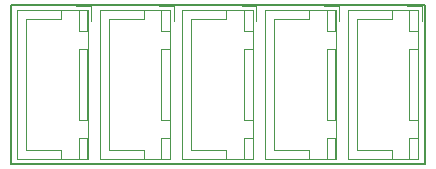
<source format=gbr>
%TF.GenerationSoftware,KiCad,Pcbnew,(5.1.9)-1*%
%TF.CreationDate,2021-06-10T11:21:26+02:00*%
%TF.ProjectId,20_Multiprise_JST_4pins,32305f4d-756c-4746-9970-726973655f4a,rev?*%
%TF.SameCoordinates,Original*%
%TF.FileFunction,Legend,Top*%
%TF.FilePolarity,Positive*%
%FSLAX46Y46*%
G04 Gerber Fmt 4.6, Leading zero omitted, Abs format (unit mm)*
G04 Created by KiCad (PCBNEW (5.1.9)-1) date 2021-06-10 11:21:26*
%MOMM*%
%LPD*%
G01*
G04 APERTURE LIST*
%TA.AperFunction,Profile*%
%ADD10C,0.150000*%
%TD*%
%ADD11C,0.120000*%
G04 APERTURE END LIST*
D10*
X145000000Y-135500000D02*
X145000000Y-122000000D01*
X180000000Y-135500000D02*
X145000000Y-135500000D01*
X180000000Y-122000000D02*
X180000000Y-135500000D01*
X145000000Y-122000000D02*
X180000000Y-122000000D01*
D11*
%TO.C,J1*%
X151750000Y-122150000D02*
X150500000Y-122150000D01*
X151750000Y-123400000D02*
X151750000Y-122150000D01*
X146250000Y-134300000D02*
X146250000Y-128750000D01*
X149200000Y-134300000D02*
X146250000Y-134300000D01*
X149200000Y-135050000D02*
X149200000Y-134300000D01*
X146250000Y-123200000D02*
X146250000Y-128750000D01*
X149200000Y-123200000D02*
X146250000Y-123200000D01*
X149200000Y-122450000D02*
X149200000Y-123200000D01*
X151450000Y-135050000D02*
X151450000Y-133250000D01*
X150700000Y-135050000D02*
X151450000Y-135050000D01*
X150700000Y-133250000D02*
X150700000Y-135050000D01*
X151450000Y-133250000D02*
X150700000Y-133250000D01*
X151450000Y-124250000D02*
X151450000Y-122450000D01*
X150700000Y-124250000D02*
X151450000Y-124250000D01*
X150700000Y-122450000D02*
X150700000Y-124250000D01*
X151450000Y-122450000D02*
X150700000Y-122450000D01*
X151450000Y-131750000D02*
X151450000Y-125750000D01*
X150700000Y-131750000D02*
X151450000Y-131750000D01*
X150700000Y-125750000D02*
X150700000Y-131750000D01*
X151450000Y-125750000D02*
X150700000Y-125750000D01*
X151460000Y-135060000D02*
X151460000Y-122440000D01*
X145490000Y-135060000D02*
X151460000Y-135060000D01*
X145490000Y-122440000D02*
X145490000Y-135060000D01*
X151460000Y-122440000D02*
X145490000Y-122440000D01*
%TO.C,J2*%
X158460000Y-122440000D02*
X152490000Y-122440000D01*
X152490000Y-122440000D02*
X152490000Y-135060000D01*
X152490000Y-135060000D02*
X158460000Y-135060000D01*
X158460000Y-135060000D02*
X158460000Y-122440000D01*
X158450000Y-125750000D02*
X157700000Y-125750000D01*
X157700000Y-125750000D02*
X157700000Y-131750000D01*
X157700000Y-131750000D02*
X158450000Y-131750000D01*
X158450000Y-131750000D02*
X158450000Y-125750000D01*
X158450000Y-122450000D02*
X157700000Y-122450000D01*
X157700000Y-122450000D02*
X157700000Y-124250000D01*
X157700000Y-124250000D02*
X158450000Y-124250000D01*
X158450000Y-124250000D02*
X158450000Y-122450000D01*
X158450000Y-133250000D02*
X157700000Y-133250000D01*
X157700000Y-133250000D02*
X157700000Y-135050000D01*
X157700000Y-135050000D02*
X158450000Y-135050000D01*
X158450000Y-135050000D02*
X158450000Y-133250000D01*
X156200000Y-122450000D02*
X156200000Y-123200000D01*
X156200000Y-123200000D02*
X153250000Y-123200000D01*
X153250000Y-123200000D02*
X153250000Y-128750000D01*
X156200000Y-135050000D02*
X156200000Y-134300000D01*
X156200000Y-134300000D02*
X153250000Y-134300000D01*
X153250000Y-134300000D02*
X153250000Y-128750000D01*
X158750000Y-123400000D02*
X158750000Y-122150000D01*
X158750000Y-122150000D02*
X157500000Y-122150000D01*
%TO.C,J3*%
X172750000Y-122150000D02*
X171500000Y-122150000D01*
X172750000Y-123400000D02*
X172750000Y-122150000D01*
X167250000Y-134300000D02*
X167250000Y-128750000D01*
X170200000Y-134300000D02*
X167250000Y-134300000D01*
X170200000Y-135050000D02*
X170200000Y-134300000D01*
X167250000Y-123200000D02*
X167250000Y-128750000D01*
X170200000Y-123200000D02*
X167250000Y-123200000D01*
X170200000Y-122450000D02*
X170200000Y-123200000D01*
X172450000Y-135050000D02*
X172450000Y-133250000D01*
X171700000Y-135050000D02*
X172450000Y-135050000D01*
X171700000Y-133250000D02*
X171700000Y-135050000D01*
X172450000Y-133250000D02*
X171700000Y-133250000D01*
X172450000Y-124250000D02*
X172450000Y-122450000D01*
X171700000Y-124250000D02*
X172450000Y-124250000D01*
X171700000Y-122450000D02*
X171700000Y-124250000D01*
X172450000Y-122450000D02*
X171700000Y-122450000D01*
X172450000Y-131750000D02*
X172450000Y-125750000D01*
X171700000Y-131750000D02*
X172450000Y-131750000D01*
X171700000Y-125750000D02*
X171700000Y-131750000D01*
X172450000Y-125750000D02*
X171700000Y-125750000D01*
X172460000Y-135060000D02*
X172460000Y-122440000D01*
X166490000Y-135060000D02*
X172460000Y-135060000D01*
X166490000Y-122440000D02*
X166490000Y-135060000D01*
X172460000Y-122440000D02*
X166490000Y-122440000D01*
%TO.C,J4*%
X165460000Y-122440000D02*
X159490000Y-122440000D01*
X159490000Y-122440000D02*
X159490000Y-135060000D01*
X159490000Y-135060000D02*
X165460000Y-135060000D01*
X165460000Y-135060000D02*
X165460000Y-122440000D01*
X165450000Y-125750000D02*
X164700000Y-125750000D01*
X164700000Y-125750000D02*
X164700000Y-131750000D01*
X164700000Y-131750000D02*
X165450000Y-131750000D01*
X165450000Y-131750000D02*
X165450000Y-125750000D01*
X165450000Y-122450000D02*
X164700000Y-122450000D01*
X164700000Y-122450000D02*
X164700000Y-124250000D01*
X164700000Y-124250000D02*
X165450000Y-124250000D01*
X165450000Y-124250000D02*
X165450000Y-122450000D01*
X165450000Y-133250000D02*
X164700000Y-133250000D01*
X164700000Y-133250000D02*
X164700000Y-135050000D01*
X164700000Y-135050000D02*
X165450000Y-135050000D01*
X165450000Y-135050000D02*
X165450000Y-133250000D01*
X163200000Y-122450000D02*
X163200000Y-123200000D01*
X163200000Y-123200000D02*
X160250000Y-123200000D01*
X160250000Y-123200000D02*
X160250000Y-128750000D01*
X163200000Y-135050000D02*
X163200000Y-134300000D01*
X163200000Y-134300000D02*
X160250000Y-134300000D01*
X160250000Y-134300000D02*
X160250000Y-128750000D01*
X165750000Y-123400000D02*
X165750000Y-122150000D01*
X165750000Y-122150000D02*
X164500000Y-122150000D01*
%TO.C,J5*%
X179750000Y-122150000D02*
X178500000Y-122150000D01*
X179750000Y-123400000D02*
X179750000Y-122150000D01*
X174250000Y-134300000D02*
X174250000Y-128750000D01*
X177200000Y-134300000D02*
X174250000Y-134300000D01*
X177200000Y-135050000D02*
X177200000Y-134300000D01*
X174250000Y-123200000D02*
X174250000Y-128750000D01*
X177200000Y-123200000D02*
X174250000Y-123200000D01*
X177200000Y-122450000D02*
X177200000Y-123200000D01*
X179450000Y-135050000D02*
X179450000Y-133250000D01*
X178700000Y-135050000D02*
X179450000Y-135050000D01*
X178700000Y-133250000D02*
X178700000Y-135050000D01*
X179450000Y-133250000D02*
X178700000Y-133250000D01*
X179450000Y-124250000D02*
X179450000Y-122450000D01*
X178700000Y-124250000D02*
X179450000Y-124250000D01*
X178700000Y-122450000D02*
X178700000Y-124250000D01*
X179450000Y-122450000D02*
X178700000Y-122450000D01*
X179450000Y-131750000D02*
X179450000Y-125750000D01*
X178700000Y-131750000D02*
X179450000Y-131750000D01*
X178700000Y-125750000D02*
X178700000Y-131750000D01*
X179450000Y-125750000D02*
X178700000Y-125750000D01*
X179460000Y-135060000D02*
X179460000Y-122440000D01*
X173490000Y-135060000D02*
X179460000Y-135060000D01*
X173490000Y-122440000D02*
X173490000Y-135060000D01*
X179460000Y-122440000D02*
X173490000Y-122440000D01*
%TD*%
M02*

</source>
